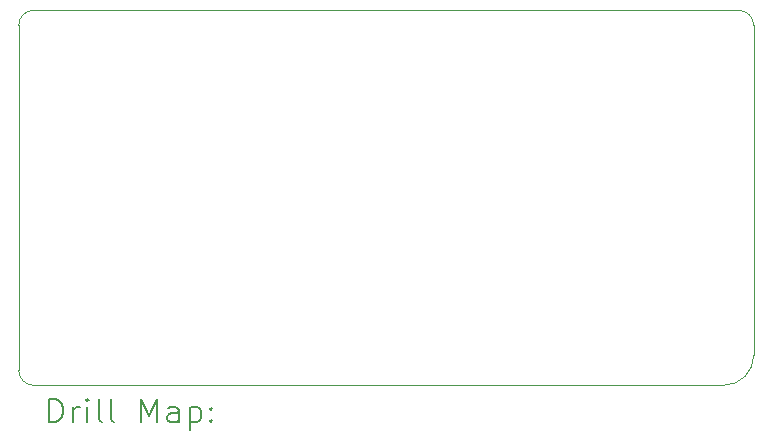
<source format=gbr>
%TF.GenerationSoftware,KiCad,Pcbnew,8.0.4*%
%TF.CreationDate,2025-05-02T23:51:14+05:30*%
%TF.ProjectId,Si4735Board,53693437-3335-4426-9f61-72642e6b6963,rev?*%
%TF.SameCoordinates,Original*%
%TF.FileFunction,Drillmap*%
%TF.FilePolarity,Positive*%
%FSLAX45Y45*%
G04 Gerber Fmt 4.5, Leading zero omitted, Abs format (unit mm)*
G04 Created by KiCad (PCBNEW 8.0.4) date 2025-05-02 23:51:14*
%MOMM*%
%LPD*%
G01*
G04 APERTURE LIST*
%ADD10C,0.050000*%
%ADD11C,0.200000*%
G04 APERTURE END LIST*
D10*
X16383000Y-7747000D02*
G75*
G02*
X16510000Y-7874000I0J-127000D01*
G01*
X16510000Y-7874000D02*
X16510000Y-10668000D01*
X10414000Y-7747000D02*
X16383000Y-7747000D01*
X10287000Y-10795000D02*
X10287000Y-7874000D01*
X16256000Y-10922000D02*
X10414000Y-10922000D01*
X10287000Y-7874000D02*
G75*
G02*
X10414000Y-7747000I127000J0D01*
G01*
X16510000Y-10668000D02*
G75*
G02*
X16256000Y-10922000I-254000J0D01*
G01*
X10414000Y-10922000D02*
G75*
G02*
X10287000Y-10795000I0J127000D01*
G01*
D11*
X10545277Y-11235984D02*
X10545277Y-11035984D01*
X10545277Y-11035984D02*
X10592896Y-11035984D01*
X10592896Y-11035984D02*
X10621467Y-11045508D01*
X10621467Y-11045508D02*
X10640515Y-11064555D01*
X10640515Y-11064555D02*
X10650039Y-11083603D01*
X10650039Y-11083603D02*
X10659563Y-11121698D01*
X10659563Y-11121698D02*
X10659563Y-11150270D01*
X10659563Y-11150270D02*
X10650039Y-11188365D01*
X10650039Y-11188365D02*
X10640515Y-11207412D01*
X10640515Y-11207412D02*
X10621467Y-11226460D01*
X10621467Y-11226460D02*
X10592896Y-11235984D01*
X10592896Y-11235984D02*
X10545277Y-11235984D01*
X10745277Y-11235984D02*
X10745277Y-11102650D01*
X10745277Y-11140746D02*
X10754801Y-11121698D01*
X10754801Y-11121698D02*
X10764324Y-11112174D01*
X10764324Y-11112174D02*
X10783372Y-11102650D01*
X10783372Y-11102650D02*
X10802420Y-11102650D01*
X10869086Y-11235984D02*
X10869086Y-11102650D01*
X10869086Y-11035984D02*
X10859563Y-11045508D01*
X10859563Y-11045508D02*
X10869086Y-11055031D01*
X10869086Y-11055031D02*
X10878610Y-11045508D01*
X10878610Y-11045508D02*
X10869086Y-11035984D01*
X10869086Y-11035984D02*
X10869086Y-11055031D01*
X10992896Y-11235984D02*
X10973848Y-11226460D01*
X10973848Y-11226460D02*
X10964324Y-11207412D01*
X10964324Y-11207412D02*
X10964324Y-11035984D01*
X11097658Y-11235984D02*
X11078610Y-11226460D01*
X11078610Y-11226460D02*
X11069086Y-11207412D01*
X11069086Y-11207412D02*
X11069086Y-11035984D01*
X11326229Y-11235984D02*
X11326229Y-11035984D01*
X11326229Y-11035984D02*
X11392896Y-11178841D01*
X11392896Y-11178841D02*
X11459562Y-11035984D01*
X11459562Y-11035984D02*
X11459562Y-11235984D01*
X11640515Y-11235984D02*
X11640515Y-11131222D01*
X11640515Y-11131222D02*
X11630991Y-11112174D01*
X11630991Y-11112174D02*
X11611943Y-11102650D01*
X11611943Y-11102650D02*
X11573848Y-11102650D01*
X11573848Y-11102650D02*
X11554801Y-11112174D01*
X11640515Y-11226460D02*
X11621467Y-11235984D01*
X11621467Y-11235984D02*
X11573848Y-11235984D01*
X11573848Y-11235984D02*
X11554801Y-11226460D01*
X11554801Y-11226460D02*
X11545277Y-11207412D01*
X11545277Y-11207412D02*
X11545277Y-11188365D01*
X11545277Y-11188365D02*
X11554801Y-11169317D01*
X11554801Y-11169317D02*
X11573848Y-11159793D01*
X11573848Y-11159793D02*
X11621467Y-11159793D01*
X11621467Y-11159793D02*
X11640515Y-11150270D01*
X11735753Y-11102650D02*
X11735753Y-11302650D01*
X11735753Y-11112174D02*
X11754801Y-11102650D01*
X11754801Y-11102650D02*
X11792896Y-11102650D01*
X11792896Y-11102650D02*
X11811943Y-11112174D01*
X11811943Y-11112174D02*
X11821467Y-11121698D01*
X11821467Y-11121698D02*
X11830991Y-11140746D01*
X11830991Y-11140746D02*
X11830991Y-11197888D01*
X11830991Y-11197888D02*
X11821467Y-11216936D01*
X11821467Y-11216936D02*
X11811943Y-11226460D01*
X11811943Y-11226460D02*
X11792896Y-11235984D01*
X11792896Y-11235984D02*
X11754801Y-11235984D01*
X11754801Y-11235984D02*
X11735753Y-11226460D01*
X11916705Y-11216936D02*
X11926229Y-11226460D01*
X11926229Y-11226460D02*
X11916705Y-11235984D01*
X11916705Y-11235984D02*
X11907182Y-11226460D01*
X11907182Y-11226460D02*
X11916705Y-11216936D01*
X11916705Y-11216936D02*
X11916705Y-11235984D01*
X11916705Y-11112174D02*
X11926229Y-11121698D01*
X11926229Y-11121698D02*
X11916705Y-11131222D01*
X11916705Y-11131222D02*
X11907182Y-11121698D01*
X11907182Y-11121698D02*
X11916705Y-11112174D01*
X11916705Y-11112174D02*
X11916705Y-11131222D01*
M02*

</source>
